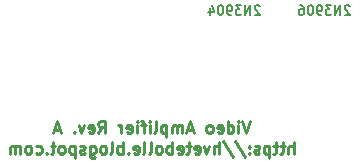
<source format=gbo>
G04 #@! TF.FileFunction,Legend,Bot*
%FSLAX46Y46*%
G04 Gerber Fmt 4.6, Leading zero omitted, Abs format (unit mm)*
G04 Created by KiCad (PCBNEW 4.0.7) date 02/14/19 14:55:55*
%MOMM*%
%LPD*%
G01*
G04 APERTURE LIST*
%ADD10C,0.100000*%
%ADD11C,0.250000*%
%ADD12C,0.150000*%
G04 APERTURE END LIST*
D10*
D11*
X160098334Y-128752381D02*
X159765001Y-129752381D01*
X159431667Y-128752381D01*
X159098334Y-129752381D02*
X159098334Y-129085714D01*
X159098334Y-128752381D02*
X159145953Y-128800000D01*
X159098334Y-128847619D01*
X159050715Y-128800000D01*
X159098334Y-128752381D01*
X159098334Y-128847619D01*
X158193572Y-129752381D02*
X158193572Y-128752381D01*
X158193572Y-129704762D02*
X158288810Y-129752381D01*
X158479287Y-129752381D01*
X158574525Y-129704762D01*
X158622144Y-129657143D01*
X158669763Y-129561905D01*
X158669763Y-129276190D01*
X158622144Y-129180952D01*
X158574525Y-129133333D01*
X158479287Y-129085714D01*
X158288810Y-129085714D01*
X158193572Y-129133333D01*
X157336429Y-129704762D02*
X157431667Y-129752381D01*
X157622144Y-129752381D01*
X157717382Y-129704762D01*
X157765001Y-129609524D01*
X157765001Y-129228571D01*
X157717382Y-129133333D01*
X157622144Y-129085714D01*
X157431667Y-129085714D01*
X157336429Y-129133333D01*
X157288810Y-129228571D01*
X157288810Y-129323810D01*
X157765001Y-129419048D01*
X156717382Y-129752381D02*
X156812620Y-129704762D01*
X156860239Y-129657143D01*
X156907858Y-129561905D01*
X156907858Y-129276190D01*
X156860239Y-129180952D01*
X156812620Y-129133333D01*
X156717382Y-129085714D01*
X156574524Y-129085714D01*
X156479286Y-129133333D01*
X156431667Y-129180952D01*
X156384048Y-129276190D01*
X156384048Y-129561905D01*
X156431667Y-129657143D01*
X156479286Y-129704762D01*
X156574524Y-129752381D01*
X156717382Y-129752381D01*
X155241191Y-129466667D02*
X154765000Y-129466667D01*
X155336429Y-129752381D02*
X155003096Y-128752381D01*
X154669762Y-129752381D01*
X154336429Y-129752381D02*
X154336429Y-129085714D01*
X154336429Y-129180952D02*
X154288810Y-129133333D01*
X154193572Y-129085714D01*
X154050714Y-129085714D01*
X153955476Y-129133333D01*
X153907857Y-129228571D01*
X153907857Y-129752381D01*
X153907857Y-129228571D02*
X153860238Y-129133333D01*
X153765000Y-129085714D01*
X153622143Y-129085714D01*
X153526905Y-129133333D01*
X153479286Y-129228571D01*
X153479286Y-129752381D01*
X153003096Y-129085714D02*
X153003096Y-130085714D01*
X153003096Y-129133333D02*
X152907858Y-129085714D01*
X152717381Y-129085714D01*
X152622143Y-129133333D01*
X152574524Y-129180952D01*
X152526905Y-129276190D01*
X152526905Y-129561905D01*
X152574524Y-129657143D01*
X152622143Y-129704762D01*
X152717381Y-129752381D01*
X152907858Y-129752381D01*
X153003096Y-129704762D01*
X151955477Y-129752381D02*
X152050715Y-129704762D01*
X152098334Y-129609524D01*
X152098334Y-128752381D01*
X151574524Y-129752381D02*
X151574524Y-129085714D01*
X151574524Y-128752381D02*
X151622143Y-128800000D01*
X151574524Y-128847619D01*
X151526905Y-128800000D01*
X151574524Y-128752381D01*
X151574524Y-128847619D01*
X151241191Y-129085714D02*
X150860239Y-129085714D01*
X151098334Y-129752381D02*
X151098334Y-128895238D01*
X151050715Y-128800000D01*
X150955477Y-128752381D01*
X150860239Y-128752381D01*
X150526905Y-129752381D02*
X150526905Y-129085714D01*
X150526905Y-128752381D02*
X150574524Y-128800000D01*
X150526905Y-128847619D01*
X150479286Y-128800000D01*
X150526905Y-128752381D01*
X150526905Y-128847619D01*
X149669762Y-129704762D02*
X149765000Y-129752381D01*
X149955477Y-129752381D01*
X150050715Y-129704762D01*
X150098334Y-129609524D01*
X150098334Y-129228571D01*
X150050715Y-129133333D01*
X149955477Y-129085714D01*
X149765000Y-129085714D01*
X149669762Y-129133333D01*
X149622143Y-129228571D01*
X149622143Y-129323810D01*
X150098334Y-129419048D01*
X149193572Y-129752381D02*
X149193572Y-129085714D01*
X149193572Y-129276190D02*
X149145953Y-129180952D01*
X149098334Y-129133333D01*
X149003096Y-129085714D01*
X148907857Y-129085714D01*
X147241190Y-129752381D02*
X147574524Y-129276190D01*
X147812619Y-129752381D02*
X147812619Y-128752381D01*
X147431666Y-128752381D01*
X147336428Y-128800000D01*
X147288809Y-128847619D01*
X147241190Y-128942857D01*
X147241190Y-129085714D01*
X147288809Y-129180952D01*
X147336428Y-129228571D01*
X147431666Y-129276190D01*
X147812619Y-129276190D01*
X146431666Y-129704762D02*
X146526904Y-129752381D01*
X146717381Y-129752381D01*
X146812619Y-129704762D01*
X146860238Y-129609524D01*
X146860238Y-129228571D01*
X146812619Y-129133333D01*
X146717381Y-129085714D01*
X146526904Y-129085714D01*
X146431666Y-129133333D01*
X146384047Y-129228571D01*
X146384047Y-129323810D01*
X146860238Y-129419048D01*
X146050714Y-129085714D02*
X145812619Y-129752381D01*
X145574523Y-129085714D01*
X145193571Y-129657143D02*
X145145952Y-129704762D01*
X145193571Y-129752381D01*
X145241190Y-129704762D01*
X145193571Y-129657143D01*
X145193571Y-129752381D01*
X144003095Y-129466667D02*
X143526904Y-129466667D01*
X144098333Y-129752381D02*
X143765000Y-128752381D01*
X143431666Y-129752381D01*
X163765002Y-131502381D02*
X163765002Y-130502381D01*
X163336430Y-131502381D02*
X163336430Y-130978571D01*
X163384049Y-130883333D01*
X163479287Y-130835714D01*
X163622145Y-130835714D01*
X163717383Y-130883333D01*
X163765002Y-130930952D01*
X163003097Y-130835714D02*
X162622145Y-130835714D01*
X162860240Y-130502381D02*
X162860240Y-131359524D01*
X162812621Y-131454762D01*
X162717383Y-131502381D01*
X162622145Y-131502381D01*
X162431668Y-130835714D02*
X162050716Y-130835714D01*
X162288811Y-130502381D02*
X162288811Y-131359524D01*
X162241192Y-131454762D01*
X162145954Y-131502381D01*
X162050716Y-131502381D01*
X161717382Y-130835714D02*
X161717382Y-131835714D01*
X161717382Y-130883333D02*
X161622144Y-130835714D01*
X161431667Y-130835714D01*
X161336429Y-130883333D01*
X161288810Y-130930952D01*
X161241191Y-131026190D01*
X161241191Y-131311905D01*
X161288810Y-131407143D01*
X161336429Y-131454762D01*
X161431667Y-131502381D01*
X161622144Y-131502381D01*
X161717382Y-131454762D01*
X160860239Y-131454762D02*
X160765001Y-131502381D01*
X160574525Y-131502381D01*
X160479286Y-131454762D01*
X160431667Y-131359524D01*
X160431667Y-131311905D01*
X160479286Y-131216667D01*
X160574525Y-131169048D01*
X160717382Y-131169048D01*
X160812620Y-131121429D01*
X160860239Y-131026190D01*
X160860239Y-130978571D01*
X160812620Y-130883333D01*
X160717382Y-130835714D01*
X160574525Y-130835714D01*
X160479286Y-130883333D01*
X160003096Y-131407143D02*
X159955477Y-131454762D01*
X160003096Y-131502381D01*
X160050715Y-131454762D01*
X160003096Y-131407143D01*
X160003096Y-131502381D01*
X160003096Y-130883333D02*
X159955477Y-130930952D01*
X160003096Y-130978571D01*
X160050715Y-130930952D01*
X160003096Y-130883333D01*
X160003096Y-130978571D01*
X158812620Y-130454762D02*
X159669763Y-131740476D01*
X157765001Y-130454762D02*
X158622144Y-131740476D01*
X157431668Y-131502381D02*
X157431668Y-130502381D01*
X157003096Y-131502381D02*
X157003096Y-130978571D01*
X157050715Y-130883333D01*
X157145953Y-130835714D01*
X157288811Y-130835714D01*
X157384049Y-130883333D01*
X157431668Y-130930952D01*
X156622144Y-130835714D02*
X156384049Y-131502381D01*
X156145953Y-130835714D01*
X155384048Y-131454762D02*
X155479286Y-131502381D01*
X155669763Y-131502381D01*
X155765001Y-131454762D01*
X155812620Y-131359524D01*
X155812620Y-130978571D01*
X155765001Y-130883333D01*
X155669763Y-130835714D01*
X155479286Y-130835714D01*
X155384048Y-130883333D01*
X155336429Y-130978571D01*
X155336429Y-131073810D01*
X155812620Y-131169048D01*
X155050715Y-130835714D02*
X154669763Y-130835714D01*
X154907858Y-130502381D02*
X154907858Y-131359524D01*
X154860239Y-131454762D01*
X154765001Y-131502381D01*
X154669763Y-131502381D01*
X153955476Y-131454762D02*
X154050714Y-131502381D01*
X154241191Y-131502381D01*
X154336429Y-131454762D01*
X154384048Y-131359524D01*
X154384048Y-130978571D01*
X154336429Y-130883333D01*
X154241191Y-130835714D01*
X154050714Y-130835714D01*
X153955476Y-130883333D01*
X153907857Y-130978571D01*
X153907857Y-131073810D01*
X154384048Y-131169048D01*
X153479286Y-131502381D02*
X153479286Y-130502381D01*
X153479286Y-130883333D02*
X153384048Y-130835714D01*
X153193571Y-130835714D01*
X153098333Y-130883333D01*
X153050714Y-130930952D01*
X153003095Y-131026190D01*
X153003095Y-131311905D01*
X153050714Y-131407143D01*
X153098333Y-131454762D01*
X153193571Y-131502381D01*
X153384048Y-131502381D01*
X153479286Y-131454762D01*
X152431667Y-131502381D02*
X152526905Y-131454762D01*
X152574524Y-131407143D01*
X152622143Y-131311905D01*
X152622143Y-131026190D01*
X152574524Y-130930952D01*
X152526905Y-130883333D01*
X152431667Y-130835714D01*
X152288809Y-130835714D01*
X152193571Y-130883333D01*
X152145952Y-130930952D01*
X152098333Y-131026190D01*
X152098333Y-131311905D01*
X152145952Y-131407143D01*
X152193571Y-131454762D01*
X152288809Y-131502381D01*
X152431667Y-131502381D01*
X151526905Y-131502381D02*
X151622143Y-131454762D01*
X151669762Y-131359524D01*
X151669762Y-130502381D01*
X151003095Y-131502381D02*
X151098333Y-131454762D01*
X151145952Y-131359524D01*
X151145952Y-130502381D01*
X150241189Y-131454762D02*
X150336427Y-131502381D01*
X150526904Y-131502381D01*
X150622142Y-131454762D01*
X150669761Y-131359524D01*
X150669761Y-130978571D01*
X150622142Y-130883333D01*
X150526904Y-130835714D01*
X150336427Y-130835714D01*
X150241189Y-130883333D01*
X150193570Y-130978571D01*
X150193570Y-131073810D01*
X150669761Y-131169048D01*
X149764999Y-131407143D02*
X149717380Y-131454762D01*
X149764999Y-131502381D01*
X149812618Y-131454762D01*
X149764999Y-131407143D01*
X149764999Y-131502381D01*
X149288809Y-131502381D02*
X149288809Y-130502381D01*
X149288809Y-130883333D02*
X149193571Y-130835714D01*
X149003094Y-130835714D01*
X148907856Y-130883333D01*
X148860237Y-130930952D01*
X148812618Y-131026190D01*
X148812618Y-131311905D01*
X148860237Y-131407143D01*
X148907856Y-131454762D01*
X149003094Y-131502381D01*
X149193571Y-131502381D01*
X149288809Y-131454762D01*
X148241190Y-131502381D02*
X148336428Y-131454762D01*
X148384047Y-131359524D01*
X148384047Y-130502381D01*
X147717380Y-131502381D02*
X147812618Y-131454762D01*
X147860237Y-131407143D01*
X147907856Y-131311905D01*
X147907856Y-131026190D01*
X147860237Y-130930952D01*
X147812618Y-130883333D01*
X147717380Y-130835714D01*
X147574522Y-130835714D01*
X147479284Y-130883333D01*
X147431665Y-130930952D01*
X147384046Y-131026190D01*
X147384046Y-131311905D01*
X147431665Y-131407143D01*
X147479284Y-131454762D01*
X147574522Y-131502381D01*
X147717380Y-131502381D01*
X146526903Y-130835714D02*
X146526903Y-131645238D01*
X146574522Y-131740476D01*
X146622141Y-131788095D01*
X146717380Y-131835714D01*
X146860237Y-131835714D01*
X146955475Y-131788095D01*
X146526903Y-131454762D02*
X146622141Y-131502381D01*
X146812618Y-131502381D01*
X146907856Y-131454762D01*
X146955475Y-131407143D01*
X147003094Y-131311905D01*
X147003094Y-131026190D01*
X146955475Y-130930952D01*
X146907856Y-130883333D01*
X146812618Y-130835714D01*
X146622141Y-130835714D01*
X146526903Y-130883333D01*
X146098332Y-131454762D02*
X146003094Y-131502381D01*
X145812618Y-131502381D01*
X145717379Y-131454762D01*
X145669760Y-131359524D01*
X145669760Y-131311905D01*
X145717379Y-131216667D01*
X145812618Y-131169048D01*
X145955475Y-131169048D01*
X146050713Y-131121429D01*
X146098332Y-131026190D01*
X146098332Y-130978571D01*
X146050713Y-130883333D01*
X145955475Y-130835714D01*
X145812618Y-130835714D01*
X145717379Y-130883333D01*
X145241189Y-130835714D02*
X145241189Y-131835714D01*
X145241189Y-130883333D02*
X145145951Y-130835714D01*
X144955474Y-130835714D01*
X144860236Y-130883333D01*
X144812617Y-130930952D01*
X144764998Y-131026190D01*
X144764998Y-131311905D01*
X144812617Y-131407143D01*
X144860236Y-131454762D01*
X144955474Y-131502381D01*
X145145951Y-131502381D01*
X145241189Y-131454762D01*
X144193570Y-131502381D02*
X144288808Y-131454762D01*
X144336427Y-131407143D01*
X144384046Y-131311905D01*
X144384046Y-131026190D01*
X144336427Y-130930952D01*
X144288808Y-130883333D01*
X144193570Y-130835714D01*
X144050712Y-130835714D01*
X143955474Y-130883333D01*
X143907855Y-130930952D01*
X143860236Y-131026190D01*
X143860236Y-131311905D01*
X143907855Y-131407143D01*
X143955474Y-131454762D01*
X144050712Y-131502381D01*
X144193570Y-131502381D01*
X143574522Y-130835714D02*
X143193570Y-130835714D01*
X143431665Y-130502381D02*
X143431665Y-131359524D01*
X143384046Y-131454762D01*
X143288808Y-131502381D01*
X143193570Y-131502381D01*
X142860236Y-131407143D02*
X142812617Y-131454762D01*
X142860236Y-131502381D01*
X142907855Y-131454762D01*
X142860236Y-131407143D01*
X142860236Y-131502381D01*
X141955474Y-131454762D02*
X142050712Y-131502381D01*
X142241189Y-131502381D01*
X142336427Y-131454762D01*
X142384046Y-131407143D01*
X142431665Y-131311905D01*
X142431665Y-131026190D01*
X142384046Y-130930952D01*
X142336427Y-130883333D01*
X142241189Y-130835714D01*
X142050712Y-130835714D01*
X141955474Y-130883333D01*
X141384046Y-131502381D02*
X141479284Y-131454762D01*
X141526903Y-131407143D01*
X141574522Y-131311905D01*
X141574522Y-131026190D01*
X141526903Y-130930952D01*
X141479284Y-130883333D01*
X141384046Y-130835714D01*
X141241188Y-130835714D01*
X141145950Y-130883333D01*
X141098331Y-130930952D01*
X141050712Y-131026190D01*
X141050712Y-131311905D01*
X141098331Y-131407143D01*
X141145950Y-131454762D01*
X141241188Y-131502381D01*
X141384046Y-131502381D01*
X140622141Y-131502381D02*
X140622141Y-130835714D01*
X140622141Y-130930952D02*
X140574522Y-130883333D01*
X140479284Y-130835714D01*
X140336426Y-130835714D01*
X140241188Y-130883333D01*
X140193569Y-130978571D01*
X140193569Y-131502381D01*
X140193569Y-130978571D02*
X140145950Y-130883333D01*
X140050712Y-130835714D01*
X139907855Y-130835714D01*
X139812617Y-130883333D01*
X139764998Y-130978571D01*
X139764998Y-131502381D01*
D12*
X160921429Y-119018095D02*
X160883334Y-118980000D01*
X160807143Y-118941905D01*
X160616667Y-118941905D01*
X160540477Y-118980000D01*
X160502381Y-119018095D01*
X160464286Y-119094286D01*
X160464286Y-119170476D01*
X160502381Y-119284762D01*
X160959524Y-119741905D01*
X160464286Y-119741905D01*
X160121429Y-119741905D02*
X160121429Y-118941905D01*
X159664286Y-119741905D01*
X159664286Y-118941905D01*
X159359524Y-118941905D02*
X158864286Y-118941905D01*
X159130953Y-119246667D01*
X159016667Y-119246667D01*
X158940477Y-119284762D01*
X158902381Y-119322857D01*
X158864286Y-119399048D01*
X158864286Y-119589524D01*
X158902381Y-119665714D01*
X158940477Y-119703810D01*
X159016667Y-119741905D01*
X159245239Y-119741905D01*
X159321429Y-119703810D01*
X159359524Y-119665714D01*
X158483334Y-119741905D02*
X158330953Y-119741905D01*
X158254762Y-119703810D01*
X158216667Y-119665714D01*
X158140476Y-119551429D01*
X158102381Y-119399048D01*
X158102381Y-119094286D01*
X158140476Y-119018095D01*
X158178572Y-118980000D01*
X158254762Y-118941905D01*
X158407143Y-118941905D01*
X158483334Y-118980000D01*
X158521429Y-119018095D01*
X158559524Y-119094286D01*
X158559524Y-119284762D01*
X158521429Y-119360952D01*
X158483334Y-119399048D01*
X158407143Y-119437143D01*
X158254762Y-119437143D01*
X158178572Y-119399048D01*
X158140476Y-119360952D01*
X158102381Y-119284762D01*
X157607143Y-118941905D02*
X157530952Y-118941905D01*
X157454762Y-118980000D01*
X157416667Y-119018095D01*
X157378571Y-119094286D01*
X157340476Y-119246667D01*
X157340476Y-119437143D01*
X157378571Y-119589524D01*
X157416667Y-119665714D01*
X157454762Y-119703810D01*
X157530952Y-119741905D01*
X157607143Y-119741905D01*
X157683333Y-119703810D01*
X157721429Y-119665714D01*
X157759524Y-119589524D01*
X157797619Y-119437143D01*
X157797619Y-119246667D01*
X157759524Y-119094286D01*
X157721429Y-119018095D01*
X157683333Y-118980000D01*
X157607143Y-118941905D01*
X156654762Y-119208571D02*
X156654762Y-119741905D01*
X156845238Y-118903810D02*
X157035714Y-119475238D01*
X156540476Y-119475238D01*
X168541429Y-119018095D02*
X168503334Y-118980000D01*
X168427143Y-118941905D01*
X168236667Y-118941905D01*
X168160477Y-118980000D01*
X168122381Y-119018095D01*
X168084286Y-119094286D01*
X168084286Y-119170476D01*
X168122381Y-119284762D01*
X168579524Y-119741905D01*
X168084286Y-119741905D01*
X167741429Y-119741905D02*
X167741429Y-118941905D01*
X167284286Y-119741905D01*
X167284286Y-118941905D01*
X166979524Y-118941905D02*
X166484286Y-118941905D01*
X166750953Y-119246667D01*
X166636667Y-119246667D01*
X166560477Y-119284762D01*
X166522381Y-119322857D01*
X166484286Y-119399048D01*
X166484286Y-119589524D01*
X166522381Y-119665714D01*
X166560477Y-119703810D01*
X166636667Y-119741905D01*
X166865239Y-119741905D01*
X166941429Y-119703810D01*
X166979524Y-119665714D01*
X166103334Y-119741905D02*
X165950953Y-119741905D01*
X165874762Y-119703810D01*
X165836667Y-119665714D01*
X165760476Y-119551429D01*
X165722381Y-119399048D01*
X165722381Y-119094286D01*
X165760476Y-119018095D01*
X165798572Y-118980000D01*
X165874762Y-118941905D01*
X166027143Y-118941905D01*
X166103334Y-118980000D01*
X166141429Y-119018095D01*
X166179524Y-119094286D01*
X166179524Y-119284762D01*
X166141429Y-119360952D01*
X166103334Y-119399048D01*
X166027143Y-119437143D01*
X165874762Y-119437143D01*
X165798572Y-119399048D01*
X165760476Y-119360952D01*
X165722381Y-119284762D01*
X165227143Y-118941905D02*
X165150952Y-118941905D01*
X165074762Y-118980000D01*
X165036667Y-119018095D01*
X164998571Y-119094286D01*
X164960476Y-119246667D01*
X164960476Y-119437143D01*
X164998571Y-119589524D01*
X165036667Y-119665714D01*
X165074762Y-119703810D01*
X165150952Y-119741905D01*
X165227143Y-119741905D01*
X165303333Y-119703810D01*
X165341429Y-119665714D01*
X165379524Y-119589524D01*
X165417619Y-119437143D01*
X165417619Y-119246667D01*
X165379524Y-119094286D01*
X165341429Y-119018095D01*
X165303333Y-118980000D01*
X165227143Y-118941905D01*
X164274762Y-118941905D02*
X164427143Y-118941905D01*
X164503333Y-118980000D01*
X164541428Y-119018095D01*
X164617619Y-119132381D01*
X164655714Y-119284762D01*
X164655714Y-119589524D01*
X164617619Y-119665714D01*
X164579524Y-119703810D01*
X164503333Y-119741905D01*
X164350952Y-119741905D01*
X164274762Y-119703810D01*
X164236666Y-119665714D01*
X164198571Y-119589524D01*
X164198571Y-119399048D01*
X164236666Y-119322857D01*
X164274762Y-119284762D01*
X164350952Y-119246667D01*
X164503333Y-119246667D01*
X164579524Y-119284762D01*
X164617619Y-119322857D01*
X164655714Y-119399048D01*
M02*

</source>
